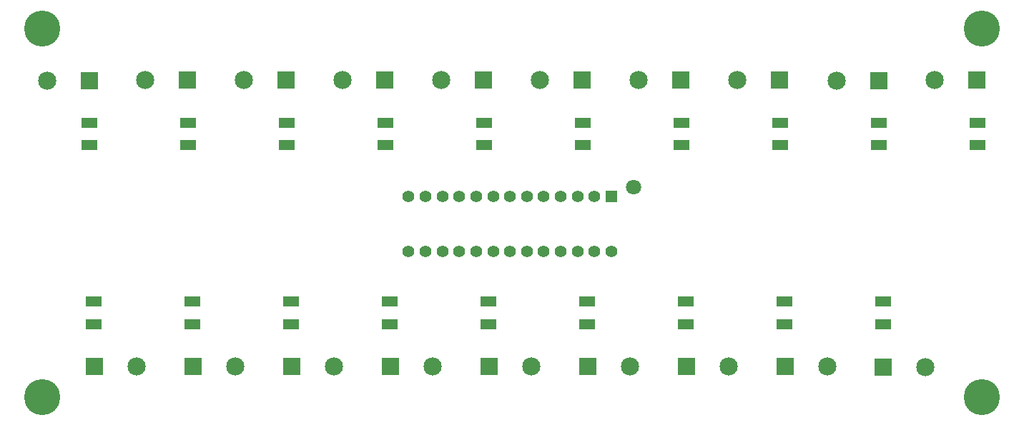
<source format=gts>
%FSTAX23Y23*%
%MOIN*%
%SFA1B1*%

%IPPOS*%
%ADD14R,0.072080X0.046880*%
%ADD15C,0.055240*%
%ADD16C,0.070990*%
%ADD17R,0.055240X0.055240*%
%ADD18C,0.084770*%
%ADD19R,0.084770X0.084770*%
%ADD20C,0.168000*%
%LNvolttap-1*%
%LPD*%
G54D14*
X0218Y01295D03*
Y014D03*
X022Y00564D03*
X0172Y01295D03*
Y014D03*
X0356Y01295D03*
Y014D03*
X0036Y00564D03*
Y0046D03*
X022D03*
X0404Y00564D03*
Y0046D03*
X0034Y014D03*
Y01295D03*
X008D03*
Y014D03*
X0126Y01295D03*
Y014D03*
X0264Y01295D03*
Y014D03*
X0448Y01295D03*
Y014D03*
X0128Y00564D03*
Y0046D03*
X0174Y00564D03*
Y0046D03*
X0266Y00564D03*
Y0046D03*
X0312Y00564D03*
Y0046D03*
X0358Y00564D03*
Y0046D03*
X0402Y01295D03*
Y014D03*
X031Y01295D03*
Y014D03*
X0082Y00564D03*
Y0046D03*
G54D15*
X02142Y008D03*
Y01055D03*
X023D03*
X02221D03*
X023Y008D03*
X02221D03*
X02693Y01055D03*
X02614D03*
X02536D03*
X02457D03*
X02378D03*
X02063D03*
X01985D03*
X01906D03*
X01827D03*
X02772Y008D03*
X02693D03*
X02614D03*
X02536D03*
X02457D03*
X02378D03*
X02063D03*
X01985D03*
X01906D03*
X01827D03*
G54D16*
X02876Y01099D03*
G54D17*
X02772Y01055D03*
G54D18*
X04236Y0026D03*
X03778Y00262D03*
X03318D03*
X02858D03*
X02398D03*
X01938D03*
X01478D03*
X01018D03*
X00558D03*
X00141Y01597D03*
X006Y016D03*
X0106D03*
X0152D03*
X0198D03*
X0244D03*
X029D03*
X0336D03*
X03821Y01597D03*
X0428Y016D03*
G54D19*
X0404Y0026D03*
X03581Y00262D03*
X03121D03*
X02661D03*
X02201D03*
X01741D03*
X01281D03*
X00821D03*
X00361D03*
X00338Y01597D03*
X00796Y016D03*
X01256D03*
X01716D03*
X02176D03*
X02636D03*
X03096D03*
X03556D03*
X04018Y01597D03*
X04476Y016D03*
G54D20*
X0012Y0184D03*
X045D03*
X0012Y0012D03*
X045D03*
M02*
</source>
